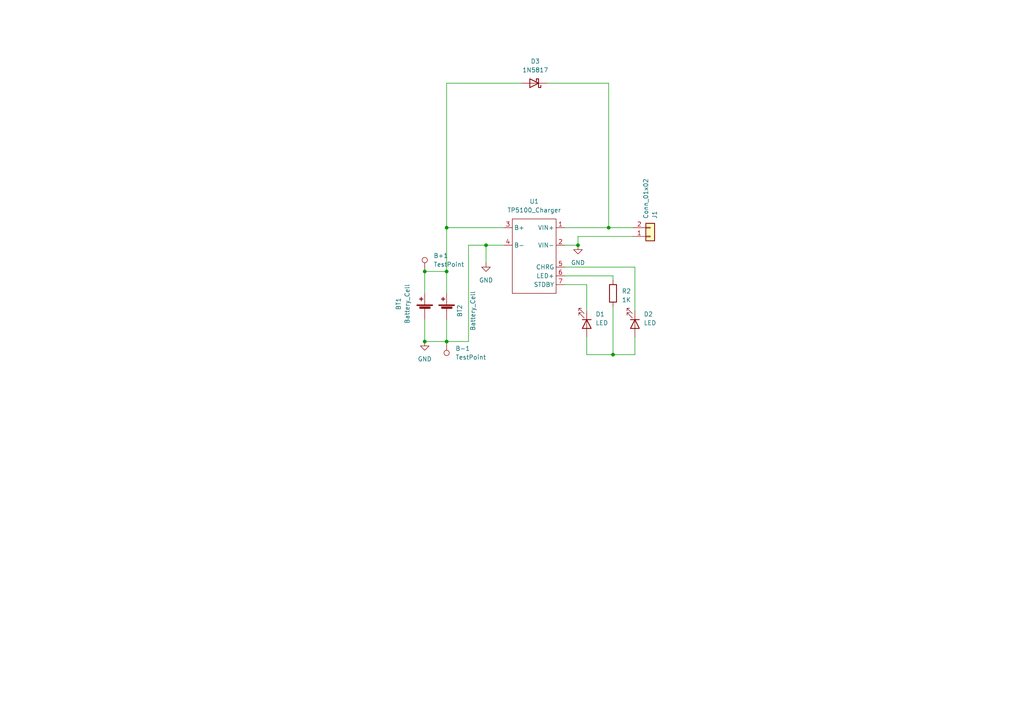
<source format=kicad_sch>
(kicad_sch (version 20230121) (generator eeschema)
  (paper "A4")
  (lib_symbols
    (symbol "AMSAT:TP5100_Charger"
      (property "Reference" "U?" (at 0 2.54 0))
      (property "Value" "TP5100_Charger" (at 0 0 0))
      (symbol "TP5100_Charger_0_1"
        (rectangle (start -6.35 -2.54) (end 6.35 -24.13))
      )
      (symbol "TP5100_Charger_1_1"
        (pin power_in line (at -8.89 -5.08 0) (length 2.54) (name "VIN+") (number "1"))
        (pin power_in line (at -8.89 -10.16 0) (length 2.54) (name "VIN-") (number "2"))
        (pin power_out line (at 8.89 -5.08 180) (length 2.54) (name "B+") (number "3"))
        (pin power_out line (at 8.89 -10.16 180) (length 2.54) (name "B-") (number "4"))
        (pin output line (at -8.89 -16.51 0) (length 2.54) (name "CHRG") (number "5"))
        (pin output line (at -8.89 -19.05 0) (length 2.54) (name "LED+") (number "6"))
        (pin output line (at -8.89 -21.59 0) (length 2.54) (name "STDBY") (number "7"))
      )
    )
    (symbol "Connector:TestPoint" (pin_numbers hide) (pin_names (offset 0.762) hide)
      (property "Reference" "TP" (at 0 6.858 0))
      (property "Value" "TestPoint" (at 0 5.08 0))
      (symbol "TestPoint_0_1"
        (circle (center 0 3.302) (radius 0.762))
      )
      (symbol "TestPoint_1_1"
        (pin passive line (at 0 0 90) (length 2.54) (name "1") (number "1"))
      )
    )
    (symbol "Connector_Generic:Conn_01x02" (pin_names (offset 1.016) hide)
      (property "Reference" "J" (at 0 2.54 0))
      (property "Value" "Conn_01x02" (at 0 -5.08 0))
      (symbol "Conn_01x02_1_1"
        (rectangle (start -1.27 -2.413) (end 0 -2.667) (stroke (width 0.1524)))
        (rectangle (start -1.27 0.127) (end 0 -0.127) (stroke (width 0.1524)))
        (rectangle (start -1.27 1.27) (end 1.27 -3.81) (stroke (width 0.254)) (fill (type background)))
        (pin passive line (at -5.08 0 0) (length 3.81) (name "Pin_1") (number "1"))
        (pin passive line (at -5.08 -2.54 0) (length 3.81) (name "Pin_2") (number "2"))
      )
    )
    (symbol "Device:Battery_Cell" (pin_numbers hide) (pin_names (offset 0) hide)
      (property "Reference" "BT" (at 2.54 2.54 0))
      (property "Value" "Battery_Cell" (at 2.54 0 0))
      (symbol "Battery_Cell_0_1"
        (rectangle (start -2.286 1.778) (end 2.286 1.524) (fill (type outline)))
        (rectangle (start -1.5748 1.1938) (end 1.4732 0.6858) (fill (type outline)))
        (polyline (pts (xy 0 0.762) (xy 0 0)))
        (polyline (pts (xy 0 1.778) (xy 0 2.54)))
        (polyline (pts (xy 0.508 3.429) (xy 1.524 3.429)) (stroke (width 0.254)))
        (polyline (pts (xy 1.016 3.937) (xy 1.016 2.921)) (stroke (width 0.254)))
      )
      (symbol "Battery_Cell_1_1"
        (pin passive line (at 0 5.08 270) (length 2.54) (name "+") (number "1"))
        (pin passive line (at 0 -2.54 90) (length 2.54) (name "-") (number "2"))
      )
    )
    (symbol "Device:LED" (pin_numbers hide) (pin_names (offset 1.016) hide)
      (property "Reference" "D" (at 0 2.54 0))
      (property "Value" "LED" (at 0 -2.54 0))
      (symbol "LED_0_1"
        (polyline (pts (xy -1.27 -1.27) (xy -1.27 1.27)) (stroke (width 0.254)))
        (polyline (pts (xy -1.27 0) (xy 1.27 0)))
        (polyline (pts (xy 1.27 -1.27) (xy 1.27 1.27) (xy -1.27 0) (xy 1.27 -1.27)) (stroke (width 0.254)))
        (polyline (pts (xy -3.048 -0.762) (xy -4.572 -2.286) (xy -3.81 -2.286) (xy -4.572 -2.286) (xy -4.572 -1.524)))
        (polyline (pts (xy -1.778 -0.762) (xy -3.302 -2.286) (xy -2.54 -2.286) (xy -3.302 -2.286) (xy -3.302 -1.524)))
      )
      (symbol "LED_1_1"
        (pin passive line (at -3.81 0 0) (length 2.54) (name "K") (number "1"))
        (pin passive line (at 3.81 0 180) (length 2.54) (name "A") (number "2"))
      )
    )
    (symbol "Device:R" (pin_numbers hide) (pin_names (offset 0))
      (property "Reference" "R" (at 2.032 0 90))
      (property "Value" "R" (at 0 0 90))
      (symbol "R_0_1"
        (rectangle (start -1.016 -2.54) (end 1.016 2.54) (stroke (width 0.254)))
      )
      (symbol "R_1_1"
        (pin passive line (at 0 3.81 270) (length 1.27) (name "~") (number "1"))
        (pin passive line (at 0 -3.81 90) (length 1.27) (name "~") (number "2"))
      )
    )
    (symbol "Diode:1N5817" (pin_numbers hide) (pin_names (offset 1.016) hide)
      (property "Reference" "D" (at 0 2.54 0))
      (property "Value" "1N5817" (at 0 -2.54 0))
      (symbol "1N5817_0_1"
        (polyline (pts (xy 1.27 0) (xy -1.27 0)))
        (polyline (pts (xy 1.27 1.27) (xy 1.27 -1.27) (xy -1.27 0) (xy 1.27 1.27)) (stroke (width 0.254)))
        (polyline (pts (xy -1.905 0.635) (xy -1.905 1.27) (xy -1.27 1.27) (xy -1.27 -1.27) (xy -0.635 -1.27) (xy -0.635 -0.635)) (stroke (width 0.254)))
      )
      (symbol "1N5817_1_1"
        (pin passive line (at -3.81 0 0) (length 2.54) (name "K") (number "1"))
        (pin passive line (at 3.81 0 180) (length 2.54) (name "A") (number "2"))
      )
    )
    (symbol "power:GND" (power) (pin_names (offset 0))
      (property "Value" "GND" (at 0 -3.81 0))
      (symbol "GND_0_1"
        (polyline (pts (xy 0 0) (xy 0 -1.27) (xy 1.27 -1.27) (xy 0 -2.54) (xy -1.27 -1.27) (xy 0 -1.27)))
      )
      (symbol "GND_1_1"
        (pin power_in line (at 0 0 270) (length 0) hide (name "GND") (number "1"))
      )
    )
  )
  (junction (at 129.54 78.74))
  (junction (at 140.97 71.12))
  (junction (at 129.54 99.06))
  (junction (at 167.64 71.12))
  (junction (at 177.8 102.87))
  (junction (at 123.19 99.06))
  (junction (at 129.54 66.04))
  (junction (at 176.53 66.04))
  (junction (at 123.19 78.74))
  (wire (pts (xy 129.54 78.74) (xy 123.19 78.74)))
  (wire (pts (xy 129.54 24.13) (xy 151.13 24.13)))
  (wire (pts (xy 177.8 81.28) (xy 177.8 80.01)))
  (wire (pts (xy 176.53 66.04) (xy 183.515 66.04)))
  (wire (pts (xy 163.83 71.12) (xy 167.64 71.12)))
  (wire (pts (xy 129.54 99.06) (xy 123.19 99.06)))
  (wire (pts (xy 123.19 78.74) (xy 123.19 85.09)))
  (wire (pts (xy 163.83 82.55) (xy 170.18 82.55)))
  (wire (pts (xy 129.54 66.04) (xy 146.05 66.04)))
  (wire (pts (xy 146.05 71.12) (xy 140.97 71.12)))
  (wire (pts (xy 170.18 82.55) (xy 170.18 90.17)))
  (wire (pts (xy 177.8 80.01) (xy 163.83 80.01)))
  (wire (pts (xy 129.54 24.13) (xy 129.54 66.04)))
  (wire (pts (xy 163.83 66.04) (xy 176.53 66.04)))
  (wire (pts (xy 184.15 102.87) (xy 184.15 97.79)))
  (wire (pts (xy 177.8 102.87) (xy 177.8 88.9)))
  (wire (pts (xy 129.54 78.74) (xy 129.54 85.09)))
  (wire (pts (xy 123.19 92.71) (xy 123.19 99.06)))
  (wire (pts (xy 167.64 71.12) (xy 167.64 68.58)))
  (wire (pts (xy 129.54 99.06) (xy 135.89 99.06)))
  (wire (pts (xy 135.89 99.06) (xy 135.89 71.12)))
  (wire (pts (xy 176.53 24.13) (xy 176.53 66.04)))
  (wire (pts (xy 170.18 102.87) (xy 177.8 102.87)))
  (wire (pts (xy 177.8 102.87) (xy 184.15 102.87)))
  (wire (pts (xy 140.97 71.12) (xy 140.97 76.2)))
  (wire (pts (xy 184.15 77.47) (xy 184.15 90.17)))
  (wire (pts (xy 158.75 24.13) (xy 176.53 24.13)))
  (wire (pts (xy 167.64 68.58) (xy 183.515 68.58)))
  (wire (pts (xy 129.54 92.71) (xy 129.54 99.06)))
  (wire (pts (xy 129.54 66.04) (xy 129.54 78.74)))
  (wire (pts (xy 170.18 97.79) (xy 170.18 102.87)))
  (wire (pts (xy 163.83 77.47) (xy 184.15 77.47)))
  (wire (pts (xy 135.89 71.12) (xy 140.97 71.12)))
  (symbol (lib_id "Connector:TestPoint") (at 123.19 78.74 0) (unit 1)
    (property "Reference" "B+1" (at 125.73 74.1679 0) (effects (justify left)))
    (property "Value" "TestPoint" (at 125.73 76.7079 0) (effects (justify left)))
    (property "Footprint" "TestPoint:TestPoint_THTPad_2.0x2.0mm_Drill1.0mm" (effects hide))
  )
  (symbol (lib_id "Device:R") (at 177.8 85.09 0) (unit 1)
    (property "Reference" "R2" (at 180.34 84.455 0) (effects (justify left)))
    (property "Value" "1K" (at 180.34 86.995 0) (effects (justify left)))
    (property "Footprint" "Resistor_SMD:R_0805_2012Metric" (effects hide))
  )
  (symbol (lib_id "Connector:TestPoint") (at 129.54 99.06 180) (unit 1)
    (property "Reference" "B-1" (at 132.08 101.0919 0) (effects (justify right)))
    (property "Value" "TestPoint" (at 132.08 103.6319 0) (effects (justify right)))
    (property "Footprint" "TestPoint:TestPoint_THTPad_2.0x2.0mm_Drill1.0mm" (effects hide))
  )
  (symbol (lib_id "power:GND") (at 123.19 99.06 0) (unit 1)
    (property "Reference" "#PWR01" (effects hide))
    (property "Value" "GND" (at 123.19 104.14 0))
  )
  (symbol (lib_id "Device:LED") (at 184.15 93.98 270) (unit 1)
    (property "Reference" "D2" (at 186.69 91.1224 90) (effects (justify left)))
    (property "Value" "LED" (at 186.69 93.6624 90) (effects (justify left)))
    (property "Footprint" "LED_THT:LED_D5.0mm" (effects hide))
  )
  (symbol (lib_id "Connector_Generic:Conn_01x02") (at 188.595 68.58 0) (mirror x) (unit 1)
    (property "Reference" "J1" (at 189.8651 63.5 90) (effects (justify right)))
    (property "Value" "Conn_01x02" (at 187.3251 63.5 90) (effects (justify right)))
    (property "Footprint" "Connector_JST:JST_PH_B2B-PH-K_1x02_P2.00mm_Vertical" (effects hide))
  )
  (symbol (lib_id "Device:Battery_Cell") (at 123.19 90.17 0) (mirror y) (unit 1)
    (property "Reference" "BT1" (at 115.57 88.138 90))
    (property "Value" "Battery_Cell" (at 118.11 88.138 90))
    (property "Footprint" "Battery:BatteryHolder_MPD_BH-18650-PC2" (effects hide))
  )
  (symbol (lib_id "Diode:1N5817") (at 154.94 24.13 180) (unit 1)
    (property "Reference" "D3" (at 155.2575 17.78 0))
    (property "Value" "1N5817" (at 155.2575 20.32 0))
    (property "Footprint" "Diode_THT:D_DO-15_P12.70mm_Horizontal" (effects hide))
    (property "Datasheet" "http://www.vishay.com/docs/88525/1n5817.pdf" (effects hide))
  )
  (symbol (lib_id "power:GND") (at 167.64 71.12 0) (unit 1)
    (property "Reference" "#PWR0101" (effects hide))
    (property "Value" "GND" (at 167.64 76.2 0))
  )
  (symbol (lib_id "AMSAT:TP5100_Charger") (at 154.94 60.96 0) (mirror y) (unit 1)
    (property "Reference" "U1" (at 154.94 58.42 0))
    (property "Value" "TP5100_Charger" (at 154.94 60.96 0))
    (property "Footprint" "AMSAT:TP5100 Charger" (effects hide))
  )
  (symbol (lib_id "Device:Battery_Cell") (at 129.54 90.17 0) (mirror y) (unit 1)
    (property "Reference" "BT2" (at 133.35 90.17 90))
    (property "Value" "Battery_Cell" (at 137.16 90.17 90))
    (property "Footprint" "Battery:BatteryHolder_MPD_BH-18650-PC2" (effects hide))
  )
  (symbol (lib_id "Device:LED") (at 170.18 93.98 270) (unit 1)
    (property "Reference" "D1" (at 172.72 91.1224 90) (effects (justify left)))
    (property "Value" "LED" (at 172.72 93.6624 90) (effects (justify left)))
    (property "Footprint" "LED_THT:LED_D5.0mm" (effects hide))
  )
  (symbol (lib_id "power:GND") (at 140.97 76.2 0) (unit 1)
    (property "Reference" "#PWR03" (effects hide))
    (property "Value" "GND" (at 140.97 81.28 0))
  )
)
</source>
